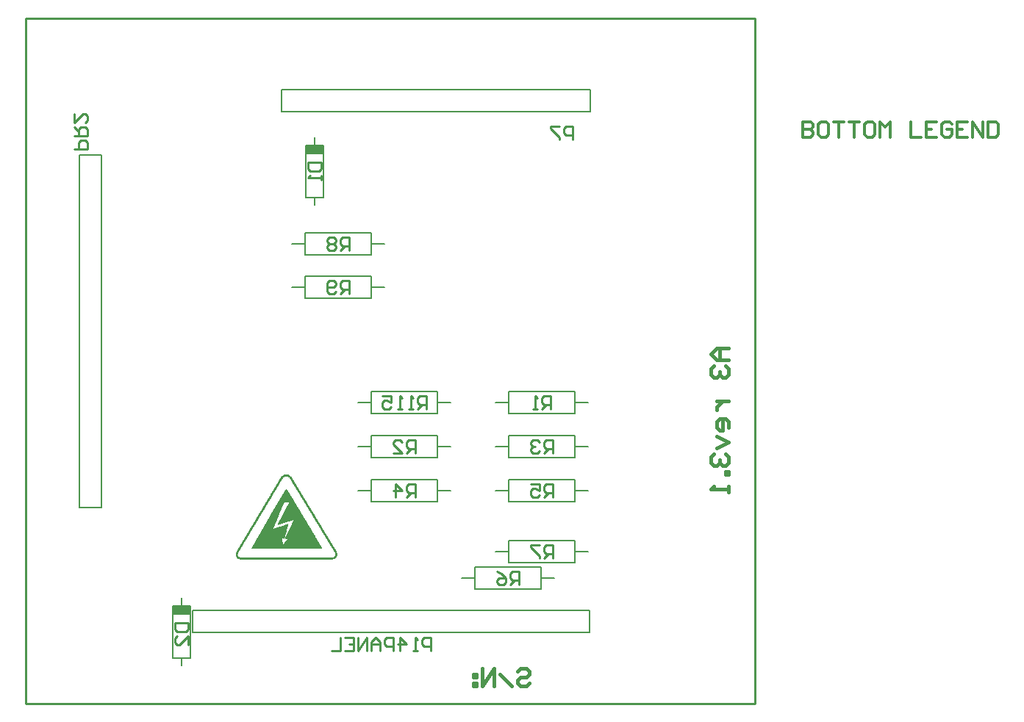
<source format=gbo>
%FSLAX25Y25*%
%MOIN*%
G70*
G01*
G75*
G04 Layer_Color=32896*
%ADD10C,0.04000*%
%ADD11C,0.00800*%
%ADD12C,0.01200*%
%ADD13C,0.09000*%
%ADD14R,0.07500X0.09000*%
%ADD15O,0.06000X0.07500*%
%ADD16O,0.07500X0.09000*%
%ADD17C,0.19685*%
%ADD18C,0.11811*%
%ADD19O,0.12000X0.13000*%
%ADD20C,0.07500*%
%ADD21R,0.07500X0.07500*%
%ADD22R,0.12000X0.13000*%
%ADD23O,0.09000X0.07500*%
%ADD24O,0.09000X0.06000*%
%ADD25R,0.09000X0.07500*%
%ADD26C,0.10000*%
%ADD27C,0.03600*%
%ADD28C,0.03000*%
%ADD29C,0.01600*%
%ADD30R,0.27559X0.35433*%
%ADD31R,0.19685X0.35433*%
%ADD32C,0.01000*%
%ADD33C,0.00400*%
%ADD34C,0.01400*%
%ADD35C,0.02000*%
%ADD36C,0.09800*%
%ADD37R,0.08300X0.09800*%
%ADD38O,0.06800X0.08300*%
%ADD39O,0.08300X0.09800*%
%ADD40C,0.20485*%
%ADD41C,0.12611*%
%ADD42O,0.12800X0.13800*%
%ADD43C,0.08300*%
%ADD44R,0.08300X0.08300*%
%ADD45R,0.12800X0.13800*%
%ADD46O,0.09800X0.08300*%
%ADD47O,0.09800X0.06800*%
%ADD48R,0.09800X0.08300*%
%ADD49C,0.10800*%
%ADD50C,0.00787*%
%ADD51R,0.07874X0.03937*%
D12*
X738324Y649910D02*
Y642913D01*
X741823D01*
X742990Y644079D01*
Y645245D01*
X741823Y646412D01*
X738324D01*
X741823D01*
X742990Y647578D01*
Y648744D01*
X741823Y649910D01*
X738324D01*
X748821D02*
X746488D01*
X745322Y648744D01*
Y644079D01*
X746488Y642913D01*
X748821D01*
X749987Y644079D01*
Y648744D01*
X748821Y649910D01*
X752320D02*
X756985D01*
X754653D01*
Y642913D01*
X759318Y649910D02*
X763983D01*
X761650D01*
Y642913D01*
X769814Y649910D02*
X767482D01*
X766315Y648744D01*
Y644079D01*
X767482Y642913D01*
X769814D01*
X770981Y644079D01*
Y648744D01*
X769814Y649910D01*
X773313Y642913D02*
Y649910D01*
X775646Y647578D01*
X777978Y649910D01*
Y642913D01*
X787309Y649910D02*
Y642913D01*
X791974D01*
X798972Y649910D02*
X794306D01*
Y642913D01*
X798972D01*
X794306Y646412D02*
X796639D01*
X805969Y648744D02*
X804803Y649910D01*
X802470D01*
X801304Y648744D01*
Y644079D01*
X802470Y642913D01*
X804803D01*
X805969Y644079D01*
Y646412D01*
X803637D01*
X812967Y649910D02*
X808302D01*
Y642913D01*
X812967D01*
X808302Y646412D02*
X810634D01*
X815300Y642913D02*
Y649910D01*
X819965Y642913D01*
Y649910D01*
X822297D02*
Y642913D01*
X825796D01*
X826962Y644079D01*
Y648744D01*
X825796Y649910D01*
X822297D01*
D29*
X704724Y547244D02*
X699393D01*
X696727Y544578D01*
X699393Y541913D01*
X704724D01*
X700726D01*
Y547244D01*
X698060Y539247D02*
X696727Y537914D01*
Y535248D01*
X698060Y533915D01*
X699393D01*
X700726Y535248D01*
Y536581D01*
Y535248D01*
X702059Y533915D01*
X703392D01*
X704724Y535248D01*
Y537914D01*
X703392Y539247D01*
X699393Y523252D02*
X704724D01*
X702059D01*
X700726Y521919D01*
X699393Y520586D01*
Y519253D01*
X704724Y511256D02*
Y513922D01*
X703392Y515254D01*
X700726D01*
X699393Y513922D01*
Y511256D01*
X700726Y509923D01*
X702059D01*
Y515254D01*
X699393Y507257D02*
X704724Y504591D01*
X699393Y501925D01*
X698060Y499260D02*
X696727Y497927D01*
Y495261D01*
X698060Y493928D01*
X699393D01*
X700726Y495261D01*
Y496594D01*
Y495261D01*
X702059Y493928D01*
X703392D01*
X704724Y495261D01*
Y497927D01*
X703392Y499260D01*
X704724Y491262D02*
X703392D01*
Y489929D01*
X704724D01*
Y491262D01*
Y484598D02*
Y481932D01*
Y483265D01*
X696727D01*
X698060Y484598D01*
X608842Y400365D02*
X610175Y401698D01*
X612840D01*
X614173Y400365D01*
Y399032D01*
X612840Y397699D01*
X610175D01*
X608842Y396367D01*
Y395034D01*
X610175Y393701D01*
X612840D01*
X614173Y395034D01*
X606176Y393701D02*
X600844Y399032D01*
X598178Y393701D02*
Y401698D01*
X592847Y393701D01*
Y401698D01*
X590181Y399032D02*
X588848D01*
Y397699D01*
X590181D01*
Y399032D01*
Y395034D02*
X588848D01*
Y393701D01*
X590181D01*
Y395034D01*
D32*
X385827Y385827D02*
X716535D01*
X385827D02*
Y696850D01*
X716535D01*
Y385827D02*
Y696850D01*
X567500Y519500D02*
Y525498D01*
X564501D01*
X563501Y524498D01*
Y522499D01*
X564501Y521499D01*
X567500D01*
X565501D02*
X563501Y519500D01*
X561502D02*
X559503D01*
X560502D01*
Y525498D01*
X561502Y524498D01*
X556504Y519500D02*
X554504D01*
X555504D01*
Y525498D01*
X556504Y524498D01*
X547507Y525498D02*
X551505D01*
Y522499D01*
X549506Y523499D01*
X548506D01*
X547507Y522499D01*
Y520500D01*
X548506Y519500D01*
X550505D01*
X551505Y520500D01*
X625000Y452000D02*
Y457998D01*
X622001D01*
X621001Y456998D01*
Y454999D01*
X622001Y453999D01*
X625000D01*
X623001D02*
X621001Y452000D01*
X619002Y457998D02*
X615003D01*
Y456998D01*
X619002Y453000D01*
Y452000D01*
X609500Y440000D02*
Y445998D01*
X606501D01*
X605501Y444998D01*
Y442999D01*
X606501Y441999D01*
X609500D01*
X607501D02*
X605501Y440000D01*
X599503Y445998D02*
X601503Y444998D01*
X603502Y442999D01*
Y441000D01*
X602502Y440000D01*
X600503D01*
X599503Y441000D01*
Y441999D01*
X600503Y442999D01*
X603502D01*
X625000Y479500D02*
Y485498D01*
X622001D01*
X621001Y484498D01*
Y482499D01*
X622001Y481499D01*
X625000D01*
X623001D02*
X621001Y479500D01*
X615003Y485498D02*
X619002D01*
Y482499D01*
X617003Y483499D01*
X616003D01*
X615003Y482499D01*
Y480500D01*
X616003Y479500D01*
X618002D01*
X619002Y480500D01*
X562500Y479500D02*
Y485498D01*
X559501D01*
X558501Y484498D01*
Y482499D01*
X559501Y481499D01*
X562500D01*
X560501D02*
X558501Y479500D01*
X553503D02*
Y485498D01*
X556502Y482499D01*
X552503D01*
X625000Y499500D02*
Y505498D01*
X622001D01*
X621001Y504498D01*
Y502499D01*
X622001Y501499D01*
X625000D01*
X623001D02*
X621001Y499500D01*
X619002Y504498D02*
X618002Y505498D01*
X616003D01*
X615003Y504498D01*
Y503499D01*
X616003Y502499D01*
X617003D01*
X616003D01*
X615003Y501499D01*
Y500500D01*
X616003Y499500D01*
X618002D01*
X619002Y500500D01*
X562500Y499500D02*
Y505498D01*
X559501D01*
X558501Y504498D01*
Y502499D01*
X559501Y501499D01*
X562500D01*
X560501D02*
X558501Y499500D01*
X552503D02*
X556502D01*
X552503Y503499D01*
Y504498D01*
X553503Y505498D01*
X555502D01*
X556502Y504498D01*
X624000Y519500D02*
Y525498D01*
X621001D01*
X620001Y524498D01*
Y522499D01*
X621001Y521499D01*
X624000D01*
X622001D02*
X620001Y519500D01*
X618002D02*
X616003D01*
X617002D01*
Y525498D01*
X618002Y524498D01*
X569685Y409842D02*
Y415841D01*
X566686D01*
X565686Y414841D01*
Y412842D01*
X566686Y411842D01*
X569685D01*
X563687Y409842D02*
X561688D01*
X562687D01*
Y415841D01*
X563687Y414841D01*
X555690Y409842D02*
Y415841D01*
X558689Y412842D01*
X554690D01*
X552691Y409842D02*
Y415841D01*
X549691D01*
X548692Y414841D01*
Y412842D01*
X549691Y411842D01*
X552691D01*
X546693Y409842D02*
Y413841D01*
X544693Y415841D01*
X542694Y413841D01*
Y409842D01*
Y412842D01*
X546693D01*
X540694Y409842D02*
Y415841D01*
X536696Y409842D01*
Y415841D01*
X530698D02*
X534696D01*
Y409842D01*
X530698D01*
X534696Y412842D02*
X532697D01*
X528698Y415841D02*
Y409842D01*
X524700D01*
X633858Y641732D02*
Y647730D01*
X630859D01*
X629860Y646731D01*
Y644731D01*
X630859Y643732D01*
X633858D01*
X627860Y647730D02*
X623862D01*
Y646731D01*
X627860Y642732D01*
Y641732D01*
X407874Y637402D02*
X413872D01*
Y640401D01*
X412872Y641400D01*
X410873D01*
X409873Y640401D01*
Y637402D01*
X407874Y643400D02*
X413872D01*
Y646399D01*
X412872Y647398D01*
X410873D01*
X409873Y646399D01*
Y643400D01*
Y645399D02*
X407874Y647398D01*
Y653396D02*
Y649398D01*
X411873Y653396D01*
X412872D01*
X413872Y652397D01*
Y650397D01*
X412872Y649398D01*
X532559Y591488D02*
Y597486D01*
X529560D01*
X528560Y596487D01*
Y594487D01*
X529560Y593488D01*
X532559D01*
X530560D02*
X528560Y591488D01*
X526561Y596487D02*
X525561Y597486D01*
X523562D01*
X522562Y596487D01*
Y595487D01*
X523562Y594487D01*
X522562Y593488D01*
Y592488D01*
X523562Y591488D01*
X525561D01*
X526561Y592488D01*
Y593488D01*
X525561Y594487D01*
X526561Y595487D01*
Y596487D01*
X525561Y594487D02*
X523562D01*
X532559Y571803D02*
Y577801D01*
X529560D01*
X528560Y576801D01*
Y574802D01*
X529560Y573803D01*
X532559D01*
X530560D02*
X528560Y571803D01*
X526561Y572803D02*
X525561Y571803D01*
X523562D01*
X522562Y572803D01*
Y576801D01*
X523562Y577801D01*
X525561D01*
X526561Y576801D01*
Y575802D01*
X525561Y574802D01*
X522562D01*
X514002Y631500D02*
X520000D01*
Y628501D01*
X519000Y627501D01*
X515002D01*
X514002Y628501D01*
Y631500D01*
X520000Y625502D02*
Y623503D01*
Y624502D01*
X514002D01*
X515002Y625502D01*
X453502Y422500D02*
X459500D01*
Y419501D01*
X458500Y418501D01*
X454502D01*
X453502Y419501D01*
Y422500D01*
X459500Y412503D02*
Y416502D01*
X455501Y412503D01*
X454502D01*
X453502Y413503D01*
Y415502D01*
X454502Y416502D01*
D33*
X482877Y451648D02*
X524818D01*
X482552Y451729D02*
X525306D01*
X482308Y451811D02*
X525550D01*
X482227Y451892D02*
X525793D01*
X482064Y451973D02*
X525875D01*
X481983Y452054D02*
X526037D01*
X481902Y452136D02*
X526118D01*
X481821Y452217D02*
X483056D01*
X499614D02*
X526281D01*
X481740Y452298D02*
X482650D01*
X525208D02*
X526362D01*
X481658Y452379D02*
X482487D01*
X525452D02*
X526443D01*
X481577Y452461D02*
X482325D01*
X525615D02*
X526443D01*
X481577Y452542D02*
X482243D01*
X525777D02*
X526524D01*
X481496Y452623D02*
X482162D01*
X525858D02*
X526606D01*
X481415Y452704D02*
X482081D01*
X525940D02*
X526606D01*
X481415Y452786D02*
X481999D01*
X526021D02*
X526687D01*
X481415Y452867D02*
X481999D01*
X526102D02*
X526768D01*
X481333Y452948D02*
X481918D01*
X526183D02*
X526768D01*
X481333Y453029D02*
X481918D01*
X526183D02*
X526768D01*
X481333Y453111D02*
X481837D01*
X526264D02*
X526850D01*
X481333Y453192D02*
X481837D01*
X526264D02*
X526850D01*
X481252Y453273D02*
X481837D01*
X526346D02*
X526850D01*
X481252Y453354D02*
X481837D01*
X526346D02*
X526850D01*
X481252Y453436D02*
X481756D01*
X526346D02*
X526850D01*
X481252Y453517D02*
X481756D01*
X526346D02*
X526931D01*
X481252Y453598D02*
X481756D01*
X526346D02*
X526931D01*
X481252Y453679D02*
X481756D01*
X526346D02*
X526931D01*
X481252Y453761D02*
X481756D01*
X526346D02*
X526931D01*
X481252Y453842D02*
X481756D01*
X526346D02*
X526931D01*
X481252Y453923D02*
X481837D01*
X526346D02*
X526931D01*
X481252Y454004D02*
X481837D01*
X526346D02*
X526850D01*
X481252Y454086D02*
X481837D01*
X526346D02*
X526850D01*
X481333Y454167D02*
X481837D01*
X526346D02*
X526850D01*
X481333Y454248D02*
X481837D01*
X526264D02*
X526850D01*
X481333Y454329D02*
X481918D01*
X526264D02*
X526850D01*
X481333Y454411D02*
X481918D01*
X526264D02*
X526768D01*
X481415Y454492D02*
X481918D01*
X526183D02*
X526768D01*
X481415Y454573D02*
X481999D01*
X526183D02*
X526768D01*
X481415Y454654D02*
X481999D01*
X526102D02*
X526687D01*
X481496Y454736D02*
X482081D01*
X526102D02*
X526687D01*
X481496Y454817D02*
X482081D01*
X526021D02*
X526606D01*
X481496Y454898D02*
X482162D01*
X525940D02*
X526606D01*
X481577Y454979D02*
X482162D01*
X525858D02*
X526524D01*
X481577Y455061D02*
X482243D01*
X525858D02*
X526524D01*
X481658Y455142D02*
X482325D01*
X525777D02*
X526443D01*
X481658Y455223D02*
X482325D01*
X525777D02*
X526443D01*
X481740Y455304D02*
X482406D01*
X525696D02*
X526362D01*
X481821Y455386D02*
X482406D01*
X525696D02*
X526281D01*
X481821Y455467D02*
X482487D01*
X525615D02*
X526281D01*
X481902Y455548D02*
X482568D01*
X525533D02*
X526199D01*
X481902Y455629D02*
X482568D01*
X525533D02*
X526199D01*
X481983Y455711D02*
X482650D01*
X525452D02*
X526118D01*
X482064Y455792D02*
X482650D01*
X525452D02*
X526037D01*
X482064Y455873D02*
X482731D01*
X525371D02*
X526037D01*
X482146Y455954D02*
X482812D01*
X525289D02*
X525956D01*
X482146Y456036D02*
X482812D01*
X525289D02*
X525956D01*
X482227Y456117D02*
X482893D01*
X525208D02*
X525875D01*
X482308Y456198D02*
X482893D01*
X525208D02*
X525793D01*
X482308Y456279D02*
X482974D01*
X525127D02*
X525793D01*
X482389Y456361D02*
X483056D01*
X525046D02*
X525712D01*
X482389Y456442D02*
X483056D01*
X525046D02*
X525712D01*
X482471Y456523D02*
X483137D01*
X488402D02*
X515556D01*
X524965D02*
X525631D01*
X482552Y456604D02*
X483137D01*
X488402D02*
X519862D01*
X524965D02*
X525550D01*
X482552Y456686D02*
X483218D01*
X488483D02*
X519862D01*
X524883D02*
X525550D01*
X482633Y456767D02*
X483218D01*
X488483D02*
X519781D01*
X524802D02*
X525468D01*
X482633Y456848D02*
X483299D01*
X488564D02*
X519781D01*
X524802D02*
X525468D01*
X482715Y456929D02*
X483381D01*
X488564D02*
X519699D01*
X524721D02*
X525387D01*
X482796Y457011D02*
X483381D01*
X488646D02*
X519699D01*
X524721D02*
X525306D01*
X482796Y457092D02*
X483462D01*
X488727D02*
X519618D01*
X524640D02*
X525306D01*
X482877Y457173D02*
X483462D01*
X488727D02*
X519537D01*
X524558D02*
X525224D01*
X482877Y457254D02*
X483543D01*
X488808D02*
X519537D01*
X524558D02*
X525143D01*
X482958Y457336D02*
X483625D01*
X488808D02*
X519456D01*
X524477D02*
X525143D01*
X483040Y457417D02*
X483625D01*
X488890D02*
X519456D01*
X524477D02*
X525062D01*
X483040Y457498D02*
X483706D01*
X488890D02*
X519375D01*
X524396D02*
X525062D01*
X483121Y457579D02*
X483706D01*
X488971D02*
X519293D01*
X524314D02*
X524981D01*
X483121Y457661D02*
X483787D01*
X489052D02*
X519293D01*
X524314D02*
X524899D01*
X483202Y457742D02*
X483868D01*
X489052D02*
X519212D01*
X524233D02*
X524899D01*
X483283Y457823D02*
X483868D01*
X489133D02*
X519212D01*
X524152D02*
X524818D01*
X483283Y457904D02*
X483950D01*
X489133D02*
X519131D01*
X524152D02*
X524818D01*
X483364Y457986D02*
X483950D01*
X489215D02*
X502312D01*
X502458D02*
X519131D01*
X524071D02*
X524737D01*
X483364Y458067D02*
X484031D01*
X489215D02*
X502312D01*
X502539D02*
X519050D01*
X524071D02*
X524656D01*
X483446Y458148D02*
X484112D01*
X489296D02*
X502312D01*
X502621D02*
X518968D01*
X523989D02*
X524656D01*
X483527Y458229D02*
X484112D01*
X489377D02*
X502312D01*
X502702D02*
X518968D01*
X523908D02*
X524575D01*
X483527Y458311D02*
X484193D01*
X489377D02*
X502231D01*
X502783D02*
X518887D01*
X523908D02*
X524575D01*
X483608Y458392D02*
X484193D01*
X489458D02*
X502231D01*
X502783D02*
X518887D01*
X523827D02*
X524493D01*
X483608Y458473D02*
X484274D01*
X489458D02*
X502231D01*
X508227D02*
X518806D01*
X523827D02*
X524412D01*
X483689Y458554D02*
X484356D01*
X489539D02*
X502231D01*
X502946D02*
X518806D01*
X523746D02*
X524412D01*
X483771Y458636D02*
X484356D01*
X489621D02*
X502231D01*
X503027D02*
X518724D01*
X523665D02*
X524331D01*
X483771Y458717D02*
X484437D01*
X489621D02*
X502231D01*
X503108D02*
X518643D01*
X523665D02*
X524331D01*
X483852Y458798D02*
X484437D01*
X489702D02*
X502149D01*
X503190D02*
X518643D01*
X523583D02*
X524250D01*
X483852Y458879D02*
X484518D01*
X489702D02*
X502149D01*
X503271D02*
X518562D01*
X523583D02*
X524168D01*
X483933Y458961D02*
X484599D01*
X489783D02*
X502149D01*
X503271D02*
X518562D01*
X523502D02*
X524168D01*
X484015Y459042D02*
X484599D01*
X489783D02*
X502149D01*
X503352D02*
X518481D01*
X523421D02*
X524087D01*
X484015Y459123D02*
X484681D01*
X489864D02*
X502149D01*
X503433D02*
X518399D01*
X523421D02*
X524087D01*
X484096Y459204D02*
X484681D01*
X489946D02*
X502149D01*
X503514D02*
X518399D01*
X523340D02*
X524006D01*
X484096Y459286D02*
X484762D01*
X489946D02*
X502068D01*
X503596D02*
X518318D01*
X523340D02*
X523924D01*
X484177Y459367D02*
X484843D01*
X490027D02*
X502068D01*
X503677D02*
X518318D01*
X523258D02*
X523924D01*
X484177Y459448D02*
X484843D01*
X490027D02*
X502068D01*
X503677D02*
X518237D01*
X523177D02*
X523843D01*
X484258Y459529D02*
X484925D01*
X490108D02*
X502068D01*
X503758D02*
X518237D01*
X523177D02*
X523843D01*
X484340Y459611D02*
X484925D01*
X490108D02*
X502068D01*
X503839D02*
X518156D01*
X523096D02*
X523762D01*
X484340Y459692D02*
X485006D01*
X490190D02*
X502068D01*
X503921D02*
X518075D01*
X523096D02*
X523681D01*
X484421Y459773D02*
X485087D01*
X490271D02*
X501987D01*
X504002D02*
X518075D01*
X523014D02*
X523681D01*
X484421Y459854D02*
X485087D01*
X490271D02*
X501987D01*
X504083D02*
X517993D01*
X522933D02*
X523599D01*
X484502Y459936D02*
X485168D01*
X490352D02*
X501987D01*
X504165D02*
X517993D01*
X522933D02*
X523518D01*
X484583Y460017D02*
X485168D01*
X490352D02*
X501987D01*
X504165D02*
X517912D01*
X522852D02*
X523518D01*
X484583Y460098D02*
X485250D01*
X490433D02*
X501987D01*
X504246D02*
X517831D01*
X522852D02*
X523437D01*
X484664Y460179D02*
X485331D01*
X490433D02*
X501987D01*
X504327D02*
X517831D01*
X522771D02*
X523437D01*
X484664Y460261D02*
X485331D01*
X490515D02*
X501906D01*
X504408D02*
X517750D01*
X522689D02*
X523356D01*
X484746Y460342D02*
X485412D01*
X490596D02*
X501906D01*
X504490D02*
X517750D01*
X522689D02*
X523275D01*
X484827Y460423D02*
X485412D01*
X490596D02*
X501906D01*
X504571D02*
X517668D01*
X522608D02*
X523275D01*
X484827Y460504D02*
X485493D01*
X490677D02*
X501906D01*
X504652D02*
X517668D01*
X522527D02*
X523193D01*
X484908Y460586D02*
X485574D01*
X490677D02*
X501906D01*
X504652D02*
X517587D01*
X522527D02*
X523193D01*
X484908Y460667D02*
X485574D01*
X490758D02*
X501906D01*
X504733D02*
X517506D01*
X522446D02*
X523112D01*
X484990Y460748D02*
X485656D01*
X490758D02*
X501906D01*
X504814D02*
X517506D01*
X522446D02*
X523031D01*
X485071Y460829D02*
X485656D01*
X490839D02*
X501825D01*
X503514D02*
X503774D01*
X504896D02*
X517424D01*
X522365D02*
X523031D01*
X485071Y460911D02*
X485737D01*
X490921D02*
X501825D01*
X502865D02*
X502962D01*
X503596D02*
X504181D01*
X504977D02*
X517424D01*
X522283D02*
X522950D01*
X485152Y460992D02*
X485818D01*
X490921D02*
X501825D01*
X502783D02*
X502962D01*
X503596D02*
X504506D01*
X508227D02*
X517343D01*
X522283D02*
X522950D01*
X485152Y461073D02*
X485818D01*
X491002D02*
X501825D01*
X502621D02*
X502962D01*
X503596D02*
X504831D01*
X505058D02*
X517262D01*
X522202D02*
X522868D01*
X485233Y461154D02*
X485899D01*
X491002D02*
X501825D01*
X502539D02*
X503043D01*
X503677D02*
X517262D01*
X522202D02*
X522787D01*
X485315Y461236D02*
X485899D01*
X491083D02*
X501825D01*
X502458D02*
X503043D01*
X503677D02*
X517181D01*
X522121D02*
X522787D01*
X485315Y461317D02*
X485981D01*
X491083D02*
X501743D01*
X502377D02*
X503043D01*
X503758D02*
X517181D01*
X522040D02*
X522706D01*
X485396Y461398D02*
X486062D01*
X491164D02*
X501743D01*
X502214D02*
X503043D01*
X503758D02*
X517100D01*
X522040D02*
X522706D01*
X485396Y461479D02*
X486062D01*
X491246D02*
X501743D01*
X502133D02*
X503125D01*
X503839D02*
X517100D01*
X521958D02*
X522624D01*
X485477Y461561D02*
X486143D01*
X491246D02*
X501743D01*
X502052D02*
X503125D01*
X503839D02*
X517018D01*
X521958D02*
X522543D01*
X485558Y461642D02*
X486143D01*
X491327D02*
X501743D01*
X501890D02*
X503125D01*
X503921D02*
X516937D01*
X521877D02*
X522543D01*
X485558Y461723D02*
X486225D01*
X491327D02*
X503125D01*
X503921D02*
X516937D01*
X521796D02*
X522462D01*
X485639Y461804D02*
X486306D01*
X491408D02*
X503206D01*
X504002D02*
X516856D01*
X521796D02*
X522462D01*
X485639Y461886D02*
X486306D01*
X491408D02*
X503206D01*
X504002D02*
X516856D01*
X521714D02*
X522381D01*
X485721Y461967D02*
X486387D01*
X491490D02*
X503206D01*
X504083D02*
X516775D01*
X521714D02*
X522299D01*
X485802Y462048D02*
X486387D01*
X491571D02*
X503206D01*
X504083D02*
X516775D01*
X521633D02*
X522299D01*
X485802Y462129D02*
X486468D01*
X491571D02*
X503287D01*
X504165D02*
X516693D01*
X521552D02*
X522218D01*
X485883Y462211D02*
X486550D01*
X491652D02*
X503287D01*
X504165D02*
X516612D01*
X521552D02*
X522218D01*
X485883Y462292D02*
X486550D01*
X491652D02*
X503287D01*
X504165D02*
X516612D01*
X521471D02*
X522137D01*
X485964Y462373D02*
X486631D01*
X491733D02*
X503368D01*
X504246D02*
X516531D01*
X521471D02*
X522056D01*
X486046Y462454D02*
X486631D01*
X491733D02*
X503368D01*
X504246D02*
X516531D01*
X521389D02*
X522056D01*
X486046Y462536D02*
X486712D01*
X491815D02*
X503368D01*
X504327D02*
X516449D01*
X521308D02*
X521975D01*
X486127Y462617D02*
X486793D01*
X491896D02*
X503368D01*
X504327D02*
X516368D01*
X521308D02*
X521893D01*
X486127Y462698D02*
X486793D01*
X491896D02*
X503449D01*
X504408D02*
X516368D01*
X521227D02*
X521893D01*
X486208Y462779D02*
X486874D01*
X491977D02*
X503449D01*
X504408D02*
X516287D01*
X521227D02*
X521812D01*
X486290Y462861D02*
X486874D01*
X491977D02*
X503449D01*
X504490D02*
X516287D01*
X521146D02*
X521812D01*
X486290Y462942D02*
X486956D01*
X492058D02*
X503449D01*
X504490D02*
X516206D01*
X521065D02*
X521731D01*
X486371Y463023D02*
X487037D01*
X492058D02*
X503531D01*
X504571D02*
X516206D01*
X521065D02*
X521650D01*
X486371Y463104D02*
X487037D01*
X492139D02*
X503531D01*
X504571D02*
X516124D01*
X520983D02*
X521650D01*
X486452Y463186D02*
X487118D01*
X492221D02*
X503531D01*
X504652D02*
X516043D01*
X520902D02*
X521568D01*
X486533Y463267D02*
X487118D01*
X492221D02*
X503612D01*
X504652D02*
X516043D01*
X520902D02*
X521568D01*
X486533Y463348D02*
X487199D01*
X492302D02*
X503612D01*
X504733D02*
X515962D01*
X520821D02*
X521487D01*
X486615Y463429D02*
X487199D01*
X492302D02*
X503612D01*
X504733D02*
X515962D01*
X520821D02*
X521406D01*
X486615Y463511D02*
X487281D01*
X492383D02*
X503612D01*
X504733D02*
X515881D01*
X520740D02*
X521406D01*
X486696Y463592D02*
X487362D01*
X492383D02*
X503693D01*
X504814D02*
X515800D01*
X520658D02*
X521324D01*
X486777Y463673D02*
X487362D01*
X492464D02*
X503693D01*
X504814D02*
X515800D01*
X520658D02*
X521324D01*
X486777Y463754D02*
X487443D01*
X492546D02*
X503693D01*
X504896D02*
X515718D01*
X520577D02*
X521243D01*
X486858Y463836D02*
X487443D01*
X492546D02*
X503693D01*
X504896D02*
X515718D01*
X520577D02*
X521162D01*
X486858Y463917D02*
X487525D01*
X492627D02*
X503774D01*
X504977D02*
X515637D01*
X520496D02*
X521162D01*
X486939Y463998D02*
X487606D01*
X492627D02*
X503774D01*
X504977D02*
X515637D01*
X520414D02*
X521081D01*
X487021Y464079D02*
X487606D01*
X492708D02*
X503774D01*
X505058D02*
X515556D01*
X520414D02*
X521081D01*
X487021Y464161D02*
X487687D01*
X492708D02*
X503774D01*
X505058D02*
X515475D01*
X520333D02*
X520999D01*
X487102Y464242D02*
X487687D01*
X492790D02*
X503856D01*
X505139D02*
X515475D01*
X520333D02*
X520918D01*
X487102Y464323D02*
X487768D01*
X492871D02*
X503856D01*
X505139D02*
X515393D01*
X520252D02*
X520918D01*
X487183Y464404D02*
X487850D01*
X492871D02*
X503856D01*
X505221D02*
X515393D01*
X520171D02*
X520837D01*
X487264Y464486D02*
X487850D01*
X492952D02*
X503937D01*
X505221D02*
X515312D01*
X520171D02*
X520837D01*
X487264Y464567D02*
X487931D01*
X492952D02*
X503937D01*
X505221D02*
X515312D01*
X520089D02*
X520756D01*
X487346Y464648D02*
X487931D01*
X493033D02*
X503937D01*
X505302D02*
X515231D01*
X520089D02*
X520675D01*
X487346Y464729D02*
X488012D01*
X493033D02*
X503937D01*
X505302D02*
X515149D01*
X520008D02*
X520675D01*
X487427Y464811D02*
X488093D01*
X493115D02*
X504018D01*
X505383D02*
X515149D01*
X519927D02*
X520593D01*
X487508Y464892D02*
X488093D01*
X493196D02*
X504018D01*
X505383D02*
X515068D01*
X519927D02*
X520593D01*
X487508Y464973D02*
X488174D01*
X493196D02*
X504018D01*
X505465D02*
X515068D01*
X519846D02*
X520512D01*
X487590Y465054D02*
X488174D01*
X493277D02*
X504018D01*
X505465D02*
X514987D01*
X519846D02*
X520431D01*
X487590Y465136D02*
X488256D01*
X493277D02*
X497762D01*
X497990D02*
X504100D01*
X505546D02*
X514906D01*
X519765D02*
X520431D01*
X487671Y465217D02*
X488337D01*
X493358D02*
X497762D01*
X498233D02*
X504100D01*
X505546D02*
X514906D01*
X519683D02*
X520350D01*
X487752Y465298D02*
X488337D01*
X493358D02*
X497762D01*
X498477D02*
X504100D01*
X505627D02*
X514824D01*
X519683D02*
X520268D01*
X487752Y465379D02*
X488418D01*
X493439D02*
X497843D01*
X498721D02*
X504181D01*
X505627D02*
X514824D01*
X519602D02*
X520268D01*
X487833Y465461D02*
X488418D01*
X493521D02*
X497843D01*
X498965D02*
X504181D01*
X505708D02*
X514743D01*
X519602D02*
X520187D01*
X487833Y465542D02*
X488499D01*
X493521D02*
X497925D01*
X499208D02*
X504181D01*
X505708D02*
X514743D01*
X519521D02*
X520187D01*
X487915Y465623D02*
X488581D01*
X493602D02*
X497925D01*
X499452D02*
X504181D01*
X505790D02*
X514662D01*
X519440D02*
X520106D01*
X487915Y465704D02*
X488581D01*
X493602D02*
X498006D01*
X499696D02*
X504262D01*
X505790D02*
X514581D01*
X519440D02*
X520024D01*
X487996Y465786D02*
X488662D01*
X493683D02*
X498006D01*
X499939D02*
X504262D01*
X505790D02*
X514581D01*
X519358D02*
X520024D01*
X488077Y465867D02*
X488662D01*
X493683D02*
X498006D01*
X500183D02*
X504262D01*
X505871D02*
X514500D01*
X519277D02*
X519943D01*
X488077Y465948D02*
X488743D01*
X493764D02*
X498087D01*
X500427D02*
X504262D01*
X505871D02*
X514500D01*
X519277D02*
X519943D01*
X488158Y466029D02*
X488825D01*
X493846D02*
X498087D01*
X500590D02*
X504343D01*
X505952D02*
X514418D01*
X519196D02*
X519862D01*
X488158Y466111D02*
X488825D01*
X493846D02*
X498168D01*
X500833D02*
X504343D01*
X505952D02*
X514337D01*
X519196D02*
X519781D01*
X488239Y466192D02*
X488906D01*
X493927D02*
X498168D01*
X501077D02*
X504343D01*
X506033D02*
X514337D01*
X519114D02*
X519781D01*
X488321Y466273D02*
X488906D01*
X493927D02*
X498168D01*
X501321D02*
X504343D01*
X506033D02*
X514256D01*
X519033D02*
X519699D01*
X488321Y466354D02*
X488987D01*
X494008D02*
X498249D01*
X501565D02*
X504424D01*
X506114D02*
X514256D01*
X519033D02*
X519699D01*
X488402Y466436D02*
X489068D01*
X494008D02*
X498249D01*
X501808D02*
X504424D01*
X506114D02*
X514175D01*
X518952D02*
X519618D01*
X488402Y466517D02*
X489068D01*
X494090D02*
X498331D01*
X502052D02*
X504424D01*
X506196D02*
X514175D01*
X518952D02*
X519537D01*
X488483Y466598D02*
X489150D01*
X494171D02*
X498331D01*
X502296D02*
X504506D01*
X506196D02*
X514093D01*
X518871D02*
X519537D01*
X488564Y466679D02*
X489150D01*
X494171D02*
X498331D01*
X502539D02*
X504506D01*
X506277D02*
X514012D01*
X518789D02*
X519456D01*
X488564Y466761D02*
X489231D01*
X494252D02*
X498412D01*
X502783D02*
X504506D01*
X506277D02*
X514012D01*
X518789D02*
X519456D01*
X488646Y466842D02*
X489312D01*
X494252D02*
X498412D01*
X503027D02*
X504506D01*
X506358D02*
X513931D01*
X518708D02*
X519375D01*
X488646Y466923D02*
X489312D01*
X494333D02*
X498493D01*
X503271D02*
X504587D01*
X506358D02*
X513931D01*
X518708D02*
X519293D01*
X488727Y467004D02*
X489393D01*
X494333D02*
X498493D01*
X503514D02*
X504587D01*
X506358D02*
X513849D01*
X518627D02*
X519293D01*
X488808Y467086D02*
X489393D01*
X494415D02*
X498493D01*
X503758D02*
X504587D01*
X506439D02*
X513768D01*
X518546D02*
X519212D01*
X488808Y467167D02*
X489474D01*
X494496D02*
X498574D01*
X504002D02*
X504587D01*
X506439D02*
X513768D01*
X518546D02*
X519212D01*
X488890Y467248D02*
X489556D01*
X494496D02*
X498574D01*
X504246D02*
X504668D01*
X506521D02*
X513687D01*
X518465D02*
X519131D01*
X488890Y467329D02*
X489556D01*
X494577D02*
X498656D01*
X500183D02*
X500281D01*
X504408D02*
X504668D01*
X506521D02*
X513606D01*
X518465D02*
X519050D01*
X488971Y467411D02*
X489637D01*
X494577D02*
X498656D01*
X500183D02*
X500525D01*
X504652D02*
X504668D01*
X506602D02*
X513606D01*
X518383D02*
X519050D01*
X489052Y467492D02*
X489637D01*
X494658D02*
X498737D01*
X500265D02*
X500768D01*
X506602D02*
X513524D01*
X518302D02*
X518968D01*
X489052Y467573D02*
X489718D01*
X494658D02*
X498737D01*
X500346D02*
X501012D01*
X506683D02*
X513524D01*
X518302D02*
X518968D01*
X489133Y467654D02*
X489799D01*
X494739D02*
X498737D01*
X500346D02*
X501337D01*
X506683D02*
X513443D01*
X518221D02*
X518887D01*
X489133Y467736D02*
X489799D01*
X494821D02*
X498818D01*
X500427D02*
X501581D01*
X506765D02*
X513362D01*
X518221D02*
X518806D01*
X489215Y467817D02*
X489881D01*
X494821D02*
X498818D01*
X500427D02*
X501825D01*
X506765D02*
X513362D01*
X518140D02*
X518806D01*
X489296Y467898D02*
X489881D01*
X494902D02*
X498900D01*
X500508D02*
X502068D01*
X506846D02*
X513281D01*
X518058D02*
X518724D01*
X489296Y467979D02*
X489962D01*
X494902D02*
X498900D01*
X500508D02*
X502393D01*
X506846D02*
X513281D01*
X518058D02*
X518643D01*
X489377Y468061D02*
X490043D01*
X494983D02*
X498900D01*
X500590D02*
X502637D01*
X506927D02*
X513200D01*
X517977D02*
X518643D01*
X489377Y468142D02*
X490043D01*
X494983D02*
X498981D01*
X500590D02*
X502881D01*
X506927D02*
X513118D01*
X517977D02*
X518562D01*
X489458Y468223D02*
X490125D01*
X495064D02*
X498981D01*
X500671D02*
X503125D01*
X506927D02*
X513118D01*
X517896D02*
X518562D01*
X489539Y468304D02*
X490125D01*
X495146D02*
X499062D01*
X500671D02*
X503368D01*
X507008D02*
X513037D01*
X517814D02*
X518481D01*
X489539Y468386D02*
X490206D01*
X495146D02*
X499062D01*
X500752D02*
X503693D01*
X507008D02*
X513037D01*
X517814D02*
X518399D01*
X489621Y468467D02*
X490287D01*
X495227D02*
X499062D01*
X500752D02*
X503937D01*
X507090D02*
X512956D01*
X517733D02*
X518399D01*
X489621Y468548D02*
X490287D01*
X495227D02*
X499143D01*
X500833D02*
X504181D01*
X507090D02*
X512875D01*
X517652D02*
X518318D01*
X489702Y468629D02*
X490368D01*
X495308D02*
X499143D01*
X500833D02*
X504424D01*
X507171D02*
X512875D01*
X517652D02*
X518318D01*
X489783Y468711D02*
X490368D01*
X495308D02*
X499225D01*
X500914D02*
X504749D01*
X507171D02*
X512793D01*
X517571D02*
X518237D01*
X489783Y468792D02*
X490449D01*
X495390D02*
X499225D01*
X500914D02*
X504993D01*
X507252D02*
X512793D01*
X517571D02*
X518156D01*
X489864Y468873D02*
X490531D01*
X495471D02*
X499225D01*
X500996D02*
X505237D01*
X507252D02*
X512712D01*
X517489D02*
X518156D01*
X489864Y468954D02*
X490531D01*
X495471D02*
X499306D01*
X501077D02*
X505481D01*
X507333D02*
X512631D01*
X517408D02*
X518075D01*
X489946Y469036D02*
X490612D01*
X495552D02*
X499306D01*
X501077D02*
X505806D01*
X507333D02*
X512631D01*
X517408D02*
X518075D01*
X490027Y469117D02*
X490612D01*
X495552D02*
X499387D01*
X501158D02*
X506049D01*
X507414D02*
X512549D01*
X517327D02*
X517993D01*
X490027Y469198D02*
X490693D01*
X495633D02*
X499387D01*
X501158D02*
X506293D01*
X507414D02*
X512549D01*
X517327D02*
X517912D01*
X490108Y469279D02*
X490774D01*
X495633D02*
X499468D01*
X501239D02*
X506537D01*
X507496D02*
X512468D01*
X517246D02*
X517912D01*
X490108Y469361D02*
X490774D01*
X495715D02*
X499468D01*
X501239D02*
X506781D01*
X507496D02*
X512387D01*
X517165D02*
X517831D01*
X490190Y469442D02*
X490856D01*
X495796D02*
X499468D01*
X501321D02*
X507106D01*
X507496D02*
X512387D01*
X517165D02*
X517831D01*
X490271Y469523D02*
X490856D01*
X495796D02*
X499549D01*
X501321D02*
X507349D01*
X507577D02*
X512306D01*
X517083D02*
X517750D01*
X490271Y469604D02*
X490937D01*
X495877D02*
X499549D01*
X501402D02*
X512306D01*
X517083D02*
X517668D01*
X490352Y469686D02*
X490937D01*
X495877D02*
X499631D01*
X501402D02*
X512224D01*
X517002D02*
X517668D01*
X490352Y469767D02*
X491018D01*
X495958D02*
X499631D01*
X501483D02*
X512143D01*
X516921D02*
X517587D01*
X490433Y469848D02*
X491100D01*
X495958D02*
X499631D01*
X501483D02*
X512143D01*
X516921D02*
X517587D01*
X490515Y469929D02*
X491100D01*
X496039D02*
X499712D01*
X501565D02*
X512062D01*
X516840D02*
X517506D01*
X490515Y470011D02*
X491181D01*
X496121D02*
X499712D01*
X501565D02*
X511981D01*
X516840D02*
X517424D01*
X490596Y470092D02*
X491181D01*
X496121D02*
X499793D01*
X501646D02*
X511981D01*
X516758D02*
X517424D01*
X490596Y470173D02*
X491262D01*
X496202D02*
X499793D01*
X501727D02*
X511900D01*
X516677D02*
X517343D01*
X490677Y470254D02*
X491343D01*
X496202D02*
X499793D01*
X501727D02*
X511900D01*
X516677D02*
X517343D01*
X490758Y470336D02*
X491343D01*
X496283D02*
X499874D01*
X501808D02*
X511818D01*
X516596D02*
X517262D01*
X490758Y470417D02*
X491425D01*
X496283D02*
X499874D01*
X501808D02*
X511737D01*
X516596D02*
X517181D01*
X490839Y470498D02*
X491425D01*
X496364D02*
X499956D01*
X501890D02*
X511737D01*
X516514D02*
X517181D01*
X490839Y470579D02*
X491506D01*
X496446D02*
X499956D01*
X501890D02*
X511656D01*
X516433D02*
X517100D01*
X490921Y470661D02*
X491587D01*
X496446D02*
X499956D01*
X501971D02*
X511656D01*
X516433D02*
X517018D01*
X491002Y470742D02*
X491587D01*
X496527D02*
X500037D01*
X501971D02*
X511575D01*
X516352D02*
X517018D01*
X491002Y470823D02*
X491668D01*
X496527D02*
X500037D01*
X502052D02*
X511493D01*
X516352D02*
X516937D01*
X491083Y470904D02*
X491668D01*
X496608D02*
X500118D01*
X502052D02*
X511493D01*
X516271D02*
X516937D01*
X491083Y470986D02*
X491749D01*
X496608D02*
X500118D01*
X502133D02*
X511412D01*
X516189D02*
X516856D01*
X491164Y471067D02*
X491831D01*
X496690D02*
X500200D01*
X502133D02*
X511412D01*
X516189D02*
X516775D01*
X491246Y471148D02*
X491831D01*
X496771D02*
X500200D01*
X502214D02*
X511331D01*
X516108D02*
X516775D01*
X491246Y471229D02*
X491912D01*
X496771D02*
X500200D01*
X502214D02*
X511249D01*
X516027D02*
X516693D01*
X491327Y471311D02*
X491912D01*
X496852D02*
X500281D01*
X502296D02*
X511249D01*
X516027D02*
X516693D01*
X491327Y471392D02*
X491993D01*
X496852D02*
X500281D01*
X502296D02*
X511168D01*
X515946D02*
X516612D01*
X491408Y471473D02*
X492074D01*
X496933D02*
X500362D01*
X502377D02*
X511168D01*
X515946D02*
X516531D01*
X491490Y471554D02*
X492074D01*
X496933D02*
X500362D01*
X502458D02*
X511087D01*
X515865D02*
X516531D01*
X491490Y471636D02*
X492156D01*
X497015D02*
X500362D01*
X502458D02*
X511006D01*
X515783D02*
X516449D01*
X491571Y471717D02*
X492156D01*
X497096D02*
X500443D01*
X502539D02*
X511006D01*
X515783D02*
X516449D01*
X491571Y471798D02*
X492237D01*
X497096D02*
X500443D01*
X502539D02*
X510924D01*
X515702D02*
X516368D01*
X491652Y471879D02*
X492318D01*
X497177D02*
X500525D01*
X502621D02*
X510924D01*
X515702D02*
X516287D01*
X491733Y471961D02*
X492318D01*
X497177D02*
X500525D01*
X502621D02*
X510843D01*
X515621D02*
X516287D01*
X491733Y472042D02*
X492400D01*
X497258D02*
X500525D01*
X502702D02*
X510762D01*
X515540D02*
X516206D01*
X491815Y472123D02*
X492400D01*
X497258D02*
X500606D01*
X502702D02*
X510762D01*
X515540D02*
X516206D01*
X491815Y472204D02*
X492481D01*
X497339D02*
X500606D01*
X502783D02*
X510681D01*
X515458D02*
X516124D01*
X491896Y472286D02*
X492562D01*
X497421D02*
X500687D01*
X502783D02*
X510600D01*
X515458D02*
X516043D01*
X491896Y472367D02*
X492562D01*
X497421D02*
X500687D01*
X502865D02*
X510600D01*
X515377D02*
X516043D01*
X491977Y472448D02*
X492643D01*
X497502D02*
X500687D01*
X502865D02*
X510518D01*
X515296D02*
X515962D01*
X492058Y472529D02*
X492643D01*
X497502D02*
X500768D01*
X502946D02*
X510518D01*
X515296D02*
X515962D01*
X492058Y472611D02*
X492725D01*
X497583D02*
X500768D01*
X502946D02*
X510437D01*
X515214D02*
X515881D01*
X492139Y472692D02*
X492806D01*
X497583D02*
X500849D01*
X503027D02*
X510356D01*
X515214D02*
X515800D01*
X492139Y472773D02*
X492806D01*
X497664D02*
X500849D01*
X503027D02*
X510356D01*
X515133D02*
X515800D01*
X492221Y472854D02*
X492887D01*
X497746D02*
X500931D01*
X503108D02*
X510275D01*
X515052D02*
X515718D01*
X492302Y472936D02*
X492887D01*
X497746D02*
X500931D01*
X503190D02*
X510275D01*
X515052D02*
X515718D01*
X492302Y473017D02*
X492968D01*
X497827D02*
X500931D01*
X503190D02*
X510193D01*
X514971D02*
X515637D01*
X492383Y473098D02*
X493049D01*
X497827D02*
X501012D01*
X503271D02*
X510112D01*
X514971D02*
X515556D01*
X492383Y473179D02*
X493049D01*
X497908D02*
X501012D01*
X503271D02*
X510112D01*
X514889D02*
X515556D01*
X492464Y473261D02*
X493131D01*
X497908D02*
X501093D01*
X503352D02*
X510031D01*
X514808D02*
X515475D01*
X492546Y473342D02*
X493131D01*
X497990D02*
X501093D01*
X503352D02*
X510031D01*
X514808D02*
X515393D01*
X492546Y473423D02*
X493212D01*
X498071D02*
X501093D01*
X503433D02*
X509949D01*
X514727D02*
X515393D01*
X492627Y473504D02*
X493293D01*
X498071D02*
X501174D01*
X503433D02*
X509868D01*
X514727D02*
X515312D01*
X492627Y473586D02*
X493293D01*
X498152D02*
X501174D01*
X503514D02*
X509868D01*
X514646D02*
X515312D01*
X492708Y473667D02*
X493374D01*
X498152D02*
X501256D01*
X503514D02*
X509787D01*
X514565D02*
X515231D01*
X492790Y473748D02*
X493374D01*
X498233D02*
X501256D01*
X503596D02*
X509787D01*
X514565D02*
X515149D01*
X492790Y473829D02*
X493456D01*
X498315D02*
X501256D01*
X503596D02*
X509706D01*
X514483D02*
X515149D01*
X492871Y473911D02*
X493537D01*
X498315D02*
X501337D01*
X503677D02*
X509624D01*
X514402D02*
X515068D01*
X492871Y473992D02*
X493537D01*
X498396D02*
X501337D01*
X503677D02*
X509624D01*
X514402D02*
X515068D01*
X492952Y474073D02*
X493618D01*
X498396D02*
X501418D01*
X503758D02*
X509543D01*
X514321D02*
X514987D01*
X493033Y474154D02*
X493618D01*
X498477D02*
X501418D01*
X503758D02*
X509543D01*
X514321D02*
X514906D01*
X493033Y474236D02*
X493700D01*
X498558D02*
X501418D01*
X503839D02*
X509462D01*
X514240D02*
X514906D01*
X493115Y474317D02*
X493781D01*
X498558D02*
X501500D01*
X503921D02*
X509381D01*
X514158D02*
X514824D01*
X493115Y474398D02*
X493781D01*
X498639D02*
X501500D01*
X503921D02*
X509381D01*
X514158D02*
X514824D01*
X493196Y474479D02*
X493862D01*
X498639D02*
X501581D01*
X504002D02*
X509300D01*
X514077D02*
X514743D01*
X493277Y474561D02*
X493862D01*
X498721D02*
X501581D01*
X504002D02*
X509300D01*
X514077D02*
X514662D01*
X493277Y474642D02*
X493943D01*
X498802D02*
X501581D01*
X504083D02*
X509218D01*
X513996D02*
X514662D01*
X493358Y474723D02*
X494025D01*
X498802D02*
X501662D01*
X504083D02*
X509137D01*
X513914D02*
X514581D01*
X493358Y474804D02*
X494025D01*
X498883D02*
X501662D01*
X504165D02*
X509137D01*
X513914D02*
X514581D01*
X493439Y474886D02*
X494106D01*
X498883D02*
X501743D01*
X504165D02*
X509056D01*
X513833D02*
X514500D01*
X493521Y474967D02*
X494106D01*
X498965D02*
X501743D01*
X504246D02*
X508975D01*
X513833D02*
X514418D01*
X493521Y475048D02*
X494187D01*
X499046D02*
X501825D01*
X504246D02*
X508975D01*
X513752D02*
X514418D01*
X493602Y475129D02*
X494268D01*
X499046D02*
X501825D01*
X504327D02*
X508893D01*
X513671D02*
X514337D01*
X493602Y475211D02*
X494268D01*
X499127D02*
X501825D01*
X504327D02*
X508893D01*
X513671D02*
X514337D01*
X493683Y475292D02*
X494349D01*
X499127D02*
X501906D01*
X504408D02*
X508812D01*
X513589D02*
X514256D01*
X493764Y475373D02*
X494349D01*
X499208D02*
X501906D01*
X504408D02*
X508731D01*
X513589D02*
X514175D01*
X493764Y475454D02*
X494431D01*
X499290D02*
X501987D01*
X504490D02*
X508731D01*
X513508D02*
X514175D01*
X493846Y475536D02*
X494512D01*
X499290D02*
X501987D01*
X504571D02*
X508649D01*
X513427D02*
X514093D01*
X493846Y475617D02*
X494512D01*
X499371D02*
X501987D01*
X504571D02*
X508649D01*
X513427D02*
X514093D01*
X493927Y475698D02*
X494593D01*
X499371D02*
X502068D01*
X504652D02*
X508568D01*
X513346D02*
X514012D01*
X494008Y475779D02*
X494593D01*
X499452D02*
X502068D01*
X504652D02*
X508487D01*
X513346D02*
X513931D01*
X494008Y475861D02*
X494674D01*
X499533D02*
X502149D01*
X504733D02*
X508487D01*
X513265D02*
X513931D01*
X494090Y475942D02*
X494756D01*
X499533D02*
X502149D01*
X504733D02*
X508406D01*
X513183D02*
X513849D01*
X494090Y476023D02*
X494756D01*
X499614D02*
X502149D01*
X504814D02*
X508406D01*
X513183D02*
X513768D01*
X494171Y476104D02*
X494837D01*
X499614D02*
X502231D01*
X504814D02*
X508324D01*
X513102D02*
X513768D01*
X494252Y476186D02*
X494837D01*
X499696D02*
X502231D01*
X504896D02*
X508243D01*
X513102D02*
X513687D01*
X494252Y476267D02*
X494918D01*
X499696D02*
X502312D01*
X504896D02*
X508243D01*
X513021D02*
X513687D01*
X494333Y476348D02*
X494918D01*
X499777D02*
X502312D01*
X504977D02*
X508162D01*
X512940D02*
X513606D01*
X494333Y476429D02*
X495000D01*
X499858D02*
X502312D01*
X504977D02*
X508162D01*
X512940D02*
X513524D01*
X494415Y476511D02*
X495081D01*
X499858D02*
X502393D01*
X505058D02*
X508081D01*
X512858D02*
X513524D01*
X494496Y476592D02*
X495081D01*
X499939D02*
X502393D01*
X505058D02*
X508000D01*
X512777D02*
X513443D01*
X494496Y476673D02*
X495162D01*
X499939D02*
X502474D01*
X505139D02*
X508000D01*
X512777D02*
X513443D01*
X494577Y476754D02*
X495162D01*
X500021D02*
X502474D01*
X505139D02*
X507918D01*
X512696D02*
X513362D01*
X494577Y476836D02*
X495243D01*
X500102D02*
X502556D01*
X505221D02*
X507918D01*
X512696D02*
X513281D01*
X494658Y476917D02*
X495325D01*
X500102D02*
X502556D01*
X505302D02*
X507837D01*
X512614D02*
X513281D01*
X494739Y476998D02*
X495325D01*
X500183D02*
X502556D01*
X505302D02*
X507756D01*
X512533D02*
X513200D01*
X494739Y477079D02*
X495406D01*
X500183D02*
X502637D01*
X505383D02*
X507756D01*
X512533D02*
X513200D01*
X494821Y477161D02*
X495406D01*
X500265D02*
X502637D01*
X505383D02*
X507675D01*
X512452D02*
X513118D01*
X494821Y477242D02*
X495487D01*
X500346D02*
X502718D01*
X505465D02*
X507593D01*
X512452D02*
X513037D01*
X494902Y477323D02*
X495568D01*
X500346D02*
X502800D01*
X505465D02*
X507593D01*
X512371D02*
X513037D01*
X494983Y477404D02*
X495568D01*
X500427D02*
X507512D01*
X512289D02*
X512956D01*
X494983Y477486D02*
X495649D01*
X500427D02*
X507512D01*
X512289D02*
X512956D01*
X495064Y477567D02*
X495649D01*
X500508D02*
X507431D01*
X512208D02*
X512875D01*
X495064Y477648D02*
X495731D01*
X500590D02*
X507349D01*
X512208D02*
X512793D01*
X495146Y477729D02*
X495812D01*
X500590D02*
X507349D01*
X512127D02*
X512793D01*
X495227Y477811D02*
X495812D01*
X500671D02*
X507268D01*
X512046D02*
X512712D01*
X495227Y477892D02*
X495893D01*
X500671D02*
X507268D01*
X512046D02*
X512712D01*
X495308Y477973D02*
X495893D01*
X500752D02*
X507187D01*
X511965D02*
X512631D01*
X495308Y478054D02*
X495974D01*
X500833D02*
X507106D01*
X511965D02*
X512549D01*
X495390Y478136D02*
X496056D01*
X500833D02*
X507106D01*
X511883D02*
X512549D01*
X495471Y478217D02*
X496056D01*
X500914D02*
X507024D01*
X511802D02*
X512468D01*
X495471Y478298D02*
X496137D01*
X500914D02*
X507024D01*
X511802D02*
X512468D01*
X495552Y478379D02*
X496137D01*
X500996D02*
X506943D01*
X511721D02*
X512387D01*
X495552Y478461D02*
X496218D01*
X501077D02*
X506862D01*
X511721D02*
X512306D01*
X495633Y478542D02*
X496300D01*
X501077D02*
X506862D01*
X511639D02*
X512306D01*
X495633Y478623D02*
X496300D01*
X501158D02*
X506781D01*
X511558D02*
X512224D01*
X495715Y478704D02*
X496381D01*
X501158D02*
X506781D01*
X511558D02*
X512143D01*
X495796Y478786D02*
X496381D01*
X501239D02*
X506700D01*
X511477D02*
X512143D01*
X495796Y478867D02*
X496462D01*
X501321D02*
X506618D01*
X511477D02*
X512062D01*
X495877Y478948D02*
X496543D01*
X501321D02*
X506618D01*
X511396D02*
X512062D01*
X495877Y479029D02*
X496543D01*
X501402D02*
X506537D01*
X511314D02*
X511981D01*
X495958Y479111D02*
X496625D01*
X501402D02*
X506537D01*
X511314D02*
X511900D01*
X496039Y479192D02*
X496625D01*
X501483D02*
X506456D01*
X511233D02*
X511900D01*
X496039Y479273D02*
X496706D01*
X501565D02*
X506375D01*
X511152D02*
X511818D01*
X496121Y479354D02*
X496787D01*
X501565D02*
X506375D01*
X511152D02*
X511818D01*
X496121Y479436D02*
X496787D01*
X501646D02*
X506293D01*
X511071D02*
X511737D01*
X496202Y479517D02*
X496868D01*
X501646D02*
X506293D01*
X511071D02*
X511656D01*
X496283Y479598D02*
X496868D01*
X501727D02*
X506212D01*
X510990D02*
X511656D01*
X496283Y479679D02*
X496949D01*
X501808D02*
X506131D01*
X510908D02*
X511575D01*
X496364Y479761D02*
X497031D01*
X501808D02*
X506131D01*
X510908D02*
X511575D01*
X496364Y479842D02*
X497031D01*
X501890D02*
X506049D01*
X510827D02*
X511493D01*
X496446Y479923D02*
X497112D01*
X501890D02*
X505968D01*
X510827D02*
X511412D01*
X496527Y480004D02*
X497112D01*
X501971D02*
X505968D01*
X510746D02*
X511412D01*
X496527Y480086D02*
X497193D01*
X502052D02*
X505887D01*
X510665D02*
X511331D01*
X496608Y480167D02*
X497274D01*
X502052D02*
X505887D01*
X510665D02*
X511331D01*
X496608Y480248D02*
X497274D01*
X502133D02*
X505806D01*
X510583D02*
X511249D01*
X496690Y480329D02*
X497356D01*
X502133D02*
X505724D01*
X510583D02*
X511168D01*
X496771Y480411D02*
X497356D01*
X502214D02*
X505724D01*
X510502D02*
X511168D01*
X496771Y480492D02*
X497437D01*
X502296D02*
X505643D01*
X510421D02*
X511087D01*
X496852Y480573D02*
X497518D01*
X502296D02*
X505643D01*
X510421D02*
X511087D01*
X496852Y480654D02*
X497518D01*
X502377D02*
X505562D01*
X510339D02*
X511006D01*
X496933Y480736D02*
X497600D01*
X502377D02*
X505481D01*
X510339D02*
X510924D01*
X497015Y480817D02*
X497600D01*
X502458D02*
X505481D01*
X510258D02*
X510924D01*
X497015Y480898D02*
X497681D01*
X502539D02*
X505400D01*
X510177D02*
X510843D01*
X497096Y480979D02*
X497762D01*
X502539D02*
X505400D01*
X510177D02*
X510843D01*
X497096Y481061D02*
X497762D01*
X502621D02*
X505318D01*
X510096D02*
X510762D01*
X497177Y481142D02*
X497843D01*
X502621D02*
X505237D01*
X510096D02*
X510681D01*
X497258Y481223D02*
X497843D01*
X502702D02*
X505237D01*
X510014D02*
X510681D01*
X497258Y481304D02*
X497925D01*
X502783D02*
X505156D01*
X509933D02*
X510600D01*
X497339Y481386D02*
X498006D01*
X502783D02*
X505156D01*
X509933D02*
X510518D01*
X497339Y481467D02*
X498006D01*
X502865D02*
X505075D01*
X509852D02*
X510518D01*
X497421Y481548D02*
X498087D01*
X502865D02*
X504993D01*
X509852D02*
X510437D01*
X497502Y481629D02*
X498087D01*
X502946D02*
X504993D01*
X509771D02*
X510437D01*
X497502Y481711D02*
X498168D01*
X503027D02*
X504912D01*
X509690D02*
X510356D01*
X497583Y481792D02*
X498249D01*
X503027D02*
X504912D01*
X509690D02*
X510275D01*
X497583Y481873D02*
X498249D01*
X503108D02*
X504831D01*
X509608D02*
X510275D01*
X497664Y481954D02*
X498331D01*
X503108D02*
X504749D01*
X509527D02*
X510193D01*
X497746Y482036D02*
X498331D01*
X503190D02*
X504749D01*
X509527D02*
X510193D01*
X497746Y482117D02*
X498412D01*
X503271D02*
X504668D01*
X509446D02*
X510112D01*
X497827Y482198D02*
X498493D01*
X503271D02*
X504587D01*
X509446D02*
X510031D01*
X497827Y482279D02*
X498493D01*
X503352D02*
X504587D01*
X509365D02*
X510031D01*
X497908Y482361D02*
X498574D01*
X503352D02*
X504506D01*
X509283D02*
X509949D01*
X497990Y482442D02*
X498574D01*
X503433D02*
X504506D01*
X509283D02*
X509949D01*
X497990Y482523D02*
X498656D01*
X503514D02*
X504424D01*
X509202D02*
X509868D01*
X498071Y482604D02*
X498656D01*
X503514D02*
X504343D01*
X509202D02*
X509787D01*
X498071Y482686D02*
X498737D01*
X503596D02*
X504343D01*
X509121D02*
X509787D01*
X498152Y482767D02*
X498818D01*
X503596D02*
X504262D01*
X509039D02*
X509706D01*
X498233Y482848D02*
X498818D01*
X503677D02*
X504262D01*
X509039D02*
X509706D01*
X498233Y482929D02*
X498900D01*
X503677D02*
X504181D01*
X508958D02*
X509624D01*
X498315Y483011D02*
X498900D01*
X503758D02*
X504100D01*
X508958D02*
X509543D01*
X498315Y483092D02*
X498981D01*
X503839D02*
X504100D01*
X508877D02*
X509543D01*
X498396Y483173D02*
X499062D01*
X503839D02*
X504018D01*
X508796D02*
X509462D01*
X498477Y483254D02*
X499062D01*
X503921D02*
X504018D01*
X508796D02*
X509462D01*
X498477Y483336D02*
X499143D01*
X503921D02*
X503937D01*
X508714D02*
X509381D01*
X498558Y483417D02*
X499143D01*
X508714D02*
X509300D01*
X498558Y483498D02*
X499225D01*
X508633D02*
X509300D01*
X498639Y483579D02*
X499306D01*
X508552D02*
X509218D01*
X498721Y483661D02*
X499306D01*
X508552D02*
X509218D01*
X498721Y483742D02*
X499387D01*
X508471D02*
X509137D01*
X498802Y483823D02*
X499387D01*
X508471D02*
X509056D01*
X498802Y483904D02*
X499468D01*
X508390D02*
X509056D01*
X498883Y483986D02*
X499549D01*
X508308D02*
X508975D01*
X498965Y484067D02*
X499549D01*
X508308D02*
X508893D01*
X498965Y484148D02*
X499631D01*
X508227D02*
X508893D01*
X499046Y484229D02*
X499631D01*
X508227D02*
X508812D01*
X499046Y484311D02*
X499712D01*
X508146D02*
X508812D01*
X499127Y484392D02*
X499793D01*
X508065D02*
X508731D01*
X499208Y484473D02*
X499793D01*
X508065D02*
X508649D01*
X499208Y484554D02*
X499874D01*
X507983D02*
X508649D01*
X499290Y484636D02*
X499874D01*
X507902D02*
X508568D01*
X499290Y484717D02*
X499956D01*
X507902D02*
X508568D01*
X499371Y484798D02*
X500037D01*
X507821D02*
X508487D01*
X499452Y484879D02*
X500037D01*
X507821D02*
X508406D01*
X499452Y484961D02*
X500118D01*
X507739D02*
X508406D01*
X499533Y485042D02*
X500118D01*
X507658D02*
X508324D01*
X499533Y485123D02*
X500200D01*
X507658D02*
X508324D01*
X499614Y485204D02*
X500281D01*
X507577D02*
X508243D01*
X499614Y485286D02*
X500281D01*
X507577D02*
X508162D01*
X499696Y485367D02*
X500362D01*
X507496D02*
X508162D01*
X499777Y485448D02*
X500362D01*
X507414D02*
X508081D01*
X499777Y485529D02*
X500443D01*
X507414D02*
X508081D01*
X499858Y485611D02*
X500525D01*
X507333D02*
X508000D01*
X499858Y485692D02*
X500525D01*
X507333D02*
X507918D01*
X499939Y485773D02*
X500606D01*
X507252D02*
X507918D01*
X500021Y485854D02*
X500606D01*
X507171D02*
X507837D01*
X500021Y485936D02*
X500687D01*
X507171D02*
X507837D01*
X500102Y486017D02*
X500768D01*
X507090D02*
X507756D01*
X500102Y486098D02*
X500768D01*
X507090D02*
X507675D01*
X500183Y486179D02*
X500849D01*
X507008D02*
X507675D01*
X500265Y486261D02*
X500849D01*
X506927D02*
X507593D01*
X500265Y486342D02*
X500931D01*
X506927D02*
X507593D01*
X500346Y486423D02*
X501012D01*
X506846D02*
X507512D01*
X500346Y486504D02*
X501012D01*
X506846D02*
X507431D01*
X500427Y486586D02*
X501093D01*
X506765D02*
X507431D01*
X500508Y486667D02*
X501093D01*
X506683D02*
X507349D01*
X500508Y486748D02*
X501174D01*
X506683D02*
X507349D01*
X500590Y486829D02*
X501256D01*
X506602D02*
X507268D01*
X500590Y486911D02*
X501256D01*
X506602D02*
X507187D01*
X500671Y486992D02*
X501337D01*
X506521D02*
X507187D01*
X500752Y487073D02*
X501337D01*
X506439D02*
X507106D01*
X500752Y487154D02*
X501418D01*
X506439D02*
X507024D01*
X500833Y487236D02*
X501500D01*
X506358D02*
X507024D01*
X500833Y487317D02*
X501500D01*
X506277D02*
X506943D01*
X500914Y487398D02*
X501581D01*
X506277D02*
X506943D01*
X500996Y487479D02*
X501581D01*
X506196D02*
X506862D01*
X500996Y487561D02*
X501662D01*
X506196D02*
X506781D01*
X501077Y487642D02*
X501743D01*
X506114D02*
X506781D01*
X501077Y487723D02*
X501743D01*
X506033D02*
X506700D01*
X501158Y487804D02*
X501825D01*
X506033D02*
X506700D01*
X501239Y487886D02*
X501825D01*
X505952D02*
X506618D01*
X501239Y487967D02*
X501906D01*
X505952D02*
X506537D01*
X501321Y488048D02*
X501987D01*
X505871D02*
X506537D01*
X501321Y488129D02*
X501987D01*
X505790D02*
X506456D01*
X501402Y488211D02*
X502068D01*
X505790D02*
X506456D01*
X501483Y488292D02*
X502149D01*
X505708D02*
X506375D01*
X501483Y488373D02*
X502149D01*
X505627D02*
X506293D01*
X501565Y488454D02*
X502231D01*
X505627D02*
X506293D01*
X501646Y488536D02*
X502312D01*
X505546D02*
X506212D01*
X501646Y488617D02*
X502393D01*
X505465D02*
X506131D01*
X501727Y488698D02*
X502474D01*
X505383D02*
X506131D01*
X501808Y488779D02*
X502556D01*
X505302D02*
X506049D01*
X501890Y488861D02*
X502637D01*
X505221D02*
X505968D01*
X501890Y488942D02*
X502718D01*
X505058D02*
X505887D01*
X501971Y489023D02*
X502881D01*
X504977D02*
X505806D01*
X502052Y489104D02*
X503043D01*
X504814D02*
X505724D01*
X502133Y489186D02*
X503206D01*
X504652D02*
X505643D01*
X502214Y489267D02*
X503368D01*
X504408D02*
X505562D01*
X502377Y489348D02*
X505481D01*
X502458Y489429D02*
X505400D01*
X502539Y489511D02*
X505237D01*
X502702Y489592D02*
X505156D01*
X502865Y489673D02*
X504993D01*
X503027Y489754D02*
X504831D01*
X503271Y489836D02*
X504587D01*
X503677Y489917D02*
X504100D01*
D50*
X506559Y594488D02*
X512559D01*
X542559D02*
X548559D01*
X512559Y589488D02*
Y599488D01*
Y589488D02*
X542559D01*
Y599488D01*
X512559D02*
X542559D01*
X506559Y574803D02*
X512559D01*
X542559D02*
X548559D01*
X512559Y569803D02*
Y579803D01*
Y569803D02*
X542559D01*
Y579803D01*
X512559D02*
X542559D01*
X605000Y450000D02*
X635000D01*
X605000D02*
Y460000D01*
X635000D01*
Y450000D02*
Y460000D01*
X599000Y455000D02*
X605000D01*
X635000D02*
X641000D01*
X589500Y438000D02*
X619500D01*
X589500D02*
Y448000D01*
X619500D01*
Y438000D02*
Y448000D01*
X583500Y443000D02*
X589500D01*
X619500D02*
X625500D01*
X542500Y517500D02*
X572500D01*
X542500D02*
Y527500D01*
X572500D01*
Y517500D02*
Y527500D01*
X536500Y522500D02*
X542500D01*
X572500D02*
X578500D01*
X542500Y477500D02*
X572500D01*
X542500D02*
Y487500D01*
X572500D01*
Y477500D02*
Y487500D01*
X536500Y482500D02*
X542500D01*
X572500D02*
X578500D01*
X605000Y477500D02*
X635000D01*
X605000D02*
Y487500D01*
X635000D01*
Y477500D02*
Y487500D01*
X599000Y482500D02*
X605000D01*
X635000D02*
X641000D01*
X542500Y497500D02*
X572500D01*
X542500D02*
Y507500D01*
X572500D01*
Y497500D02*
Y507500D01*
X536500Y502500D02*
X542500D01*
X572500D02*
X578500D01*
X605000Y497500D02*
X635000D01*
X605000D02*
Y507500D01*
X635000D01*
Y497500D02*
Y507500D01*
X599000Y502500D02*
X605000D01*
X635000D02*
X641000D01*
X605000Y517500D02*
X635000D01*
X605000D02*
Y527500D01*
X635000D01*
Y517500D02*
Y527500D01*
X599000Y522500D02*
X605000D01*
X635000D02*
X641000D01*
X634193Y428228D02*
X641693D01*
Y418228D02*
Y428228D01*
X461693Y418228D02*
X641693D01*
X461693D02*
Y428228D01*
X634193D01*
X420354Y474921D02*
Y634921D01*
X410354D02*
X420354D01*
X410354Y627421D02*
Y634921D01*
Y474921D02*
Y627421D01*
Y474921D02*
X420354D01*
X641772Y654449D02*
Y664449D01*
X501772D02*
X641772D01*
X501772Y654449D02*
Y664449D01*
Y654449D02*
X509272D01*
X641772D01*
X456500Y430311D02*
Y433750D01*
Y403250D02*
Y406689D01*
X452500D02*
Y430311D01*
X460500D01*
Y406689D02*
Y430311D01*
X452500Y406689D02*
X460500D01*
X517000Y639311D02*
Y642750D01*
Y612250D02*
Y615689D01*
X513000D02*
Y639311D01*
X521000D01*
Y615689D02*
Y639311D01*
X513000Y615689D02*
X521000D01*
D51*
X456500Y428355D02*
D03*
X517000Y637345D02*
D03*
M02*

</source>
